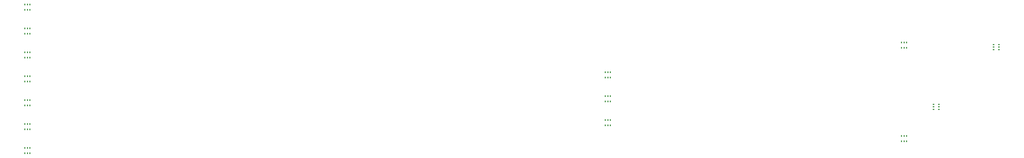
<source format=gtp>
G04 EAGLE Gerber RS-274X export*
G75*
%MOMM*%
%FSLAX34Y34*%
%LPD*%
%INSolderpaste Top*%
%IPPOS*%
%AMOC8*
5,1,8,0,0,1.08239X$1,22.5*%
G01*
%ADD10R,0.300000X0.600000*%
%ADD11R,0.600000X0.300000*%


D10*
X4046600Y505850D03*
X4046600Y522850D03*
X4038600Y522850D03*
X4030600Y522850D03*
X4030600Y505850D03*
X4038600Y505850D03*
D11*
X4131700Y309500D03*
X4148700Y309500D03*
X4148700Y317500D03*
X4148700Y325500D03*
X4131700Y325500D03*
X4131700Y317500D03*
D10*
X4030600Y224400D03*
X4030600Y207400D03*
X4038600Y207400D03*
X4046600Y207400D03*
X4046600Y224400D03*
X4038600Y224400D03*
D11*
X4339200Y516000D03*
X4322200Y516000D03*
X4322200Y508000D03*
X4322200Y500000D03*
X4339200Y500000D03*
X4339200Y508000D03*
D10*
X1249300Y186300D03*
X1249300Y169300D03*
X1257300Y169300D03*
X1265300Y169300D03*
X1265300Y186300D03*
X1257300Y186300D03*
X1249300Y262500D03*
X1249300Y245500D03*
X1257300Y245500D03*
X1265300Y245500D03*
X1265300Y262500D03*
X1257300Y262500D03*
X1249300Y338700D03*
X1249300Y321700D03*
X1257300Y321700D03*
X1265300Y321700D03*
X1265300Y338700D03*
X1257300Y338700D03*
X1249300Y414900D03*
X1249300Y397900D03*
X1257300Y397900D03*
X1265300Y397900D03*
X1265300Y414900D03*
X1257300Y414900D03*
X1249300Y491100D03*
X1249300Y474100D03*
X1257300Y474100D03*
X1265300Y474100D03*
X1265300Y491100D03*
X1257300Y491100D03*
X1249300Y567300D03*
X1249300Y550300D03*
X1257300Y550300D03*
X1265300Y550300D03*
X1265300Y567300D03*
X1257300Y567300D03*
X1249300Y643500D03*
X1249300Y626500D03*
X1257300Y626500D03*
X1265300Y626500D03*
X1265300Y643500D03*
X1257300Y643500D03*
X3090800Y275200D03*
X3090800Y258200D03*
X3098800Y258200D03*
X3106800Y258200D03*
X3106800Y275200D03*
X3098800Y275200D03*
X3090800Y351400D03*
X3090800Y334400D03*
X3098800Y334400D03*
X3106800Y334400D03*
X3106800Y351400D03*
X3098800Y351400D03*
X3090800Y427600D03*
X3090800Y410600D03*
X3098800Y410600D03*
X3106800Y410600D03*
X3106800Y427600D03*
X3098800Y427600D03*
M02*

</source>
